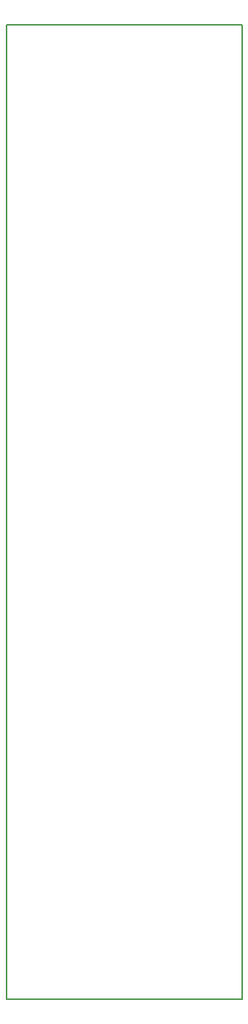
<source format=gbr>
G04 #@! TF.FileFunction,Profile,NP*
%FSLAX46Y46*%
G04 Gerber Fmt 4.6, Leading zero omitted, Abs format (unit mm)*
G04 Created by KiCad (PCBNEW 4.0.7) date 05/21/18 18:47:21*
%MOMM*%
%LPD*%
G01*
G04 APERTURE LIST*
%ADD10C,0.100000*%
%ADD11C,0.150000*%
G04 APERTURE END LIST*
D10*
D11*
X136525000Y-151765000D02*
X163830000Y-151765000D01*
X136525000Y-38735000D02*
X136525000Y-151765000D01*
X163830000Y-38735000D02*
X136525000Y-38735000D01*
X163830000Y-38735000D02*
X163830000Y-151765000D01*
M02*

</source>
